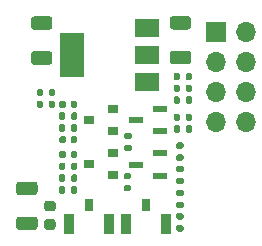
<source format=gbr>
%TF.GenerationSoftware,KiCad,Pcbnew,5.1.9*%
%TF.CreationDate,2021-01-18T01:27:37+01:00*%
%TF.ProjectId,wi-se-rpi,77692d73-652d-4727-9069-2e6b69636164,v0.1*%
%TF.SameCoordinates,Original*%
%TF.FileFunction,Soldermask,Bot*%
%TF.FilePolarity,Negative*%
%FSLAX46Y46*%
G04 Gerber Fmt 4.6, Leading zero omitted, Abs format (unit mm)*
G04 Created by KiCad (PCBNEW 5.1.9) date 2021-01-18 01:27:37*
%MOMM*%
%LPD*%
G01*
G04 APERTURE LIST*
%ADD10R,0.900000X1.700000*%
%ADD11R,0.800000X1.100000*%
%ADD12R,1.700000X1.700000*%
%ADD13O,1.700000X1.700000*%
%ADD14R,1.207999X0.568000*%
%ADD15R,0.900000X0.800000*%
%ADD16R,2.000000X3.800000*%
%ADD17R,2.000000X1.500000*%
G04 APERTURE END LIST*
D10*
%TO.C,SW1*%
X78300000Y-14570000D03*
X81700000Y-14570000D03*
D11*
X80000000Y-12930000D03*
%TD*%
D10*
%TO.C,SW2*%
X83100000Y-14540000D03*
X86500000Y-14540000D03*
D11*
X84800000Y-12900000D03*
%TD*%
D12*
%TO.C,J1*%
X90750000Y1750000D03*
D13*
X93290000Y1750000D03*
X90750000Y-790000D03*
X93290000Y-790000D03*
X90750000Y-3330000D03*
X93290000Y-3330000D03*
X90750000Y-5870000D03*
X93290000Y-5870000D03*
%TD*%
%TO.C,C1*%
G36*
G01*
X88400001Y-1025000D02*
X87099999Y-1025000D01*
G75*
G02*
X86850000Y-775001I0J249999D01*
G01*
X86850000Y-124999D01*
G75*
G02*
X87099999Y125000I249999J0D01*
G01*
X88400001Y125000D01*
G75*
G02*
X88650000Y-124999I0J-249999D01*
G01*
X88650000Y-775001D01*
G75*
G02*
X88400001Y-1025000I-249999J0D01*
G01*
G37*
G36*
G01*
X88400001Y1925000D02*
X87099999Y1925000D01*
G75*
G02*
X86850000Y2174999I0J249999D01*
G01*
X86850000Y2825001D01*
G75*
G02*
X87099999Y3075000I249999J0D01*
G01*
X88400001Y3075000D01*
G75*
G02*
X88650000Y2825001I0J-249999D01*
G01*
X88650000Y2174999D01*
G75*
G02*
X88400001Y1925000I-249999J0D01*
G01*
G37*
%TD*%
%TO.C,C2*%
G36*
G01*
X76650001Y1900000D02*
X75349999Y1900000D01*
G75*
G02*
X75100000Y2149999I0J249999D01*
G01*
X75100000Y2800001D01*
G75*
G02*
X75349999Y3050000I249999J0D01*
G01*
X76650001Y3050000D01*
G75*
G02*
X76900000Y2800001I0J-249999D01*
G01*
X76900000Y2149999D01*
G75*
G02*
X76650001Y1900000I-249999J0D01*
G01*
G37*
G36*
G01*
X76650001Y-1050000D02*
X75349999Y-1050000D01*
G75*
G02*
X75100000Y-800001I0J249999D01*
G01*
X75100000Y-149999D01*
G75*
G02*
X75349999Y100000I249999J0D01*
G01*
X76650001Y100000D01*
G75*
G02*
X76900000Y-149999I0J-249999D01*
G01*
X76900000Y-800001D01*
G75*
G02*
X76650001Y-1050000I-249999J0D01*
G01*
G37*
%TD*%
%TO.C,C5*%
G36*
G01*
X75400001Y-15050000D02*
X74099999Y-15050000D01*
G75*
G02*
X73850000Y-14800001I0J249999D01*
G01*
X73850000Y-14149999D01*
G75*
G02*
X74099999Y-13900000I249999J0D01*
G01*
X75400001Y-13900000D01*
G75*
G02*
X75650000Y-14149999I0J-249999D01*
G01*
X75650000Y-14800001D01*
G75*
G02*
X75400001Y-15050000I-249999J0D01*
G01*
G37*
G36*
G01*
X75400001Y-12100000D02*
X74099999Y-12100000D01*
G75*
G02*
X73850000Y-11850001I0J249999D01*
G01*
X73850000Y-11199999D01*
G75*
G02*
X74099999Y-10950000I249999J0D01*
G01*
X75400001Y-10950000D01*
G75*
G02*
X75650000Y-11199999I0J-249999D01*
G01*
X75650000Y-11850001D01*
G75*
G02*
X75400001Y-12100000I-249999J0D01*
G01*
G37*
%TD*%
%TO.C,C6*%
G36*
G01*
X76950000Y-15025000D02*
X76450000Y-15025000D01*
G75*
G02*
X76225000Y-14800000I0J225000D01*
G01*
X76225000Y-14350000D01*
G75*
G02*
X76450000Y-14125000I225000J0D01*
G01*
X76950000Y-14125000D01*
G75*
G02*
X77175000Y-14350000I0J-225000D01*
G01*
X77175000Y-14800000D01*
G75*
G02*
X76950000Y-15025000I-225000J0D01*
G01*
G37*
G36*
G01*
X76950000Y-13475000D02*
X76450000Y-13475000D01*
G75*
G02*
X76225000Y-13250000I0J225000D01*
G01*
X76225000Y-12800000D01*
G75*
G02*
X76450000Y-12575000I225000J0D01*
G01*
X76950000Y-12575000D01*
G75*
G02*
X77175000Y-12800000I0J-225000D01*
G01*
X77175000Y-13250000D01*
G75*
G02*
X76950000Y-13475000I-225000J0D01*
G01*
G37*
%TD*%
%TO.C,C7*%
G36*
G01*
X79010000Y-7230000D02*
X79010000Y-7570000D01*
G75*
G02*
X78870000Y-7710000I-140000J0D01*
G01*
X78590000Y-7710000D01*
G75*
G02*
X78450000Y-7570000I0J140000D01*
G01*
X78450000Y-7230000D01*
G75*
G02*
X78590000Y-7090000I140000J0D01*
G01*
X78870000Y-7090000D01*
G75*
G02*
X79010000Y-7230000I0J-140000D01*
G01*
G37*
G36*
G01*
X78050000Y-7230000D02*
X78050000Y-7570000D01*
G75*
G02*
X77910000Y-7710000I-140000J0D01*
G01*
X77630000Y-7710000D01*
G75*
G02*
X77490000Y-7570000I0J140000D01*
G01*
X77490000Y-7230000D01*
G75*
G02*
X77630000Y-7090000I140000J0D01*
G01*
X77910000Y-7090000D01*
G75*
G02*
X78050000Y-7230000I0J-140000D01*
G01*
G37*
%TD*%
%TO.C,C8*%
G36*
G01*
X78050000Y-8480000D02*
X78050000Y-8820000D01*
G75*
G02*
X77910000Y-8960000I-140000J0D01*
G01*
X77630000Y-8960000D01*
G75*
G02*
X77490000Y-8820000I0J140000D01*
G01*
X77490000Y-8480000D01*
G75*
G02*
X77630000Y-8340000I140000J0D01*
G01*
X77910000Y-8340000D01*
G75*
G02*
X78050000Y-8480000I0J-140000D01*
G01*
G37*
G36*
G01*
X79010000Y-8480000D02*
X79010000Y-8820000D01*
G75*
G02*
X78870000Y-8960000I-140000J0D01*
G01*
X78590000Y-8960000D01*
G75*
G02*
X78450000Y-8820000I0J140000D01*
G01*
X78450000Y-8480000D01*
G75*
G02*
X78590000Y-8340000I140000J0D01*
G01*
X78870000Y-8340000D01*
G75*
G02*
X79010000Y-8480000I0J-140000D01*
G01*
G37*
%TD*%
%TO.C,C9*%
G36*
G01*
X77490000Y-4570000D02*
X77490000Y-4230000D01*
G75*
G02*
X77630000Y-4090000I140000J0D01*
G01*
X77910000Y-4090000D01*
G75*
G02*
X78050000Y-4230000I0J-140000D01*
G01*
X78050000Y-4570000D01*
G75*
G02*
X77910000Y-4710000I-140000J0D01*
G01*
X77630000Y-4710000D01*
G75*
G02*
X77490000Y-4570000I0J140000D01*
G01*
G37*
G36*
G01*
X78450000Y-4570000D02*
X78450000Y-4230000D01*
G75*
G02*
X78590000Y-4090000I140000J0D01*
G01*
X78870000Y-4090000D01*
G75*
G02*
X79010000Y-4230000I0J-140000D01*
G01*
X79010000Y-4570000D01*
G75*
G02*
X78870000Y-4710000I-140000J0D01*
G01*
X78590000Y-4710000D01*
G75*
G02*
X78450000Y-4570000I0J140000D01*
G01*
G37*
%TD*%
D14*
%TO.C,Q1*%
X86020999Y-8549999D03*
X86020999Y-10450001D03*
X83979000Y-9500000D03*
%TD*%
%TO.C,Q2*%
X83979000Y-5750000D03*
X86020999Y-6700001D03*
X86020999Y-4799999D03*
%TD*%
D15*
%TO.C,Q3*%
X82000000Y-8500000D03*
X82000000Y-10400000D03*
X80000000Y-9450000D03*
%TD*%
%TO.C,Q4*%
X80000000Y-5750000D03*
X82000000Y-6700000D03*
X82000000Y-4800000D03*
%TD*%
%TO.C,R1*%
G36*
G01*
X88730000Y-1865000D02*
X88730000Y-2235000D01*
G75*
G02*
X88595000Y-2370000I-135000J0D01*
G01*
X88325000Y-2370000D01*
G75*
G02*
X88190000Y-2235000I0J135000D01*
G01*
X88190000Y-1865000D01*
G75*
G02*
X88325000Y-1730000I135000J0D01*
G01*
X88595000Y-1730000D01*
G75*
G02*
X88730000Y-1865000I0J-135000D01*
G01*
G37*
G36*
G01*
X87710000Y-1865000D02*
X87710000Y-2235000D01*
G75*
G02*
X87575000Y-2370000I-135000J0D01*
G01*
X87305000Y-2370000D01*
G75*
G02*
X87170000Y-2235000I0J135000D01*
G01*
X87170000Y-1865000D01*
G75*
G02*
X87305000Y-1730000I135000J0D01*
G01*
X87575000Y-1730000D01*
G75*
G02*
X87710000Y-1865000I0J-135000D01*
G01*
G37*
%TD*%
%TO.C,R2*%
G36*
G01*
X87170000Y-3235000D02*
X87170000Y-2865000D01*
G75*
G02*
X87305000Y-2730000I135000J0D01*
G01*
X87575000Y-2730000D01*
G75*
G02*
X87710000Y-2865000I0J-135000D01*
G01*
X87710000Y-3235000D01*
G75*
G02*
X87575000Y-3370000I-135000J0D01*
G01*
X87305000Y-3370000D01*
G75*
G02*
X87170000Y-3235000I0J135000D01*
G01*
G37*
G36*
G01*
X88190000Y-3235000D02*
X88190000Y-2865000D01*
G75*
G02*
X88325000Y-2730000I135000J0D01*
G01*
X88595000Y-2730000D01*
G75*
G02*
X88730000Y-2865000I0J-135000D01*
G01*
X88730000Y-3235000D01*
G75*
G02*
X88595000Y-3370000I-135000J0D01*
G01*
X88325000Y-3370000D01*
G75*
G02*
X88190000Y-3235000I0J135000D01*
G01*
G37*
%TD*%
%TO.C,R3*%
G36*
G01*
X87515000Y-13620000D02*
X87885000Y-13620000D01*
G75*
G02*
X88020000Y-13755000I0J-135000D01*
G01*
X88020000Y-14025000D01*
G75*
G02*
X87885000Y-14160000I-135000J0D01*
G01*
X87515000Y-14160000D01*
G75*
G02*
X87380000Y-14025000I0J135000D01*
G01*
X87380000Y-13755000D01*
G75*
G02*
X87515000Y-13620000I135000J0D01*
G01*
G37*
G36*
G01*
X87515000Y-14640000D02*
X87885000Y-14640000D01*
G75*
G02*
X88020000Y-14775000I0J-135000D01*
G01*
X88020000Y-15045000D01*
G75*
G02*
X87885000Y-15180000I-135000J0D01*
G01*
X87515000Y-15180000D01*
G75*
G02*
X87380000Y-15045000I0J135000D01*
G01*
X87380000Y-14775000D01*
G75*
G02*
X87515000Y-14640000I135000J0D01*
G01*
G37*
%TD*%
%TO.C,R4*%
G36*
G01*
X87885000Y-12160000D02*
X87515000Y-12160000D01*
G75*
G02*
X87380000Y-12025000I0J135000D01*
G01*
X87380000Y-11755000D01*
G75*
G02*
X87515000Y-11620000I135000J0D01*
G01*
X87885000Y-11620000D01*
G75*
G02*
X88020000Y-11755000I0J-135000D01*
G01*
X88020000Y-12025000D01*
G75*
G02*
X87885000Y-12160000I-135000J0D01*
G01*
G37*
G36*
G01*
X87885000Y-13180000D02*
X87515000Y-13180000D01*
G75*
G02*
X87380000Y-13045000I0J135000D01*
G01*
X87380000Y-12775000D01*
G75*
G02*
X87515000Y-12640000I135000J0D01*
G01*
X87885000Y-12640000D01*
G75*
G02*
X88020000Y-12775000I0J-135000D01*
G01*
X88020000Y-13045000D01*
G75*
G02*
X87885000Y-13180000I-135000J0D01*
G01*
G37*
%TD*%
%TO.C,R5*%
G36*
G01*
X76600000Y-3585000D02*
X76600000Y-3215000D01*
G75*
G02*
X76735000Y-3080000I135000J0D01*
G01*
X77005000Y-3080000D01*
G75*
G02*
X77140000Y-3215000I0J-135000D01*
G01*
X77140000Y-3585000D01*
G75*
G02*
X77005000Y-3720000I-135000J0D01*
G01*
X76735000Y-3720000D01*
G75*
G02*
X76600000Y-3585000I0J135000D01*
G01*
G37*
G36*
G01*
X75580000Y-3585000D02*
X75580000Y-3215000D01*
G75*
G02*
X75715000Y-3080000I135000J0D01*
G01*
X75985000Y-3080000D01*
G75*
G02*
X76120000Y-3215000I0J-135000D01*
G01*
X76120000Y-3585000D01*
G75*
G02*
X75985000Y-3720000I-135000J0D01*
G01*
X75715000Y-3720000D01*
G75*
G02*
X75580000Y-3585000I0J135000D01*
G01*
G37*
%TD*%
%TO.C,R6*%
G36*
G01*
X77470000Y-10835000D02*
X77470000Y-10465000D01*
G75*
G02*
X77605000Y-10330000I135000J0D01*
G01*
X77875000Y-10330000D01*
G75*
G02*
X78010000Y-10465000I0J-135000D01*
G01*
X78010000Y-10835000D01*
G75*
G02*
X77875000Y-10970000I-135000J0D01*
G01*
X77605000Y-10970000D01*
G75*
G02*
X77470000Y-10835000I0J135000D01*
G01*
G37*
G36*
G01*
X78490000Y-10835000D02*
X78490000Y-10465000D01*
G75*
G02*
X78625000Y-10330000I135000J0D01*
G01*
X78895000Y-10330000D01*
G75*
G02*
X79030000Y-10465000I0J-135000D01*
G01*
X79030000Y-10835000D01*
G75*
G02*
X78895000Y-10970000I-135000J0D01*
G01*
X78625000Y-10970000D01*
G75*
G02*
X78490000Y-10835000I0J135000D01*
G01*
G37*
%TD*%
%TO.C,R7*%
G36*
G01*
X76590000Y-4585000D02*
X76590000Y-4215000D01*
G75*
G02*
X76725000Y-4080000I135000J0D01*
G01*
X76995000Y-4080000D01*
G75*
G02*
X77130000Y-4215000I0J-135000D01*
G01*
X77130000Y-4585000D01*
G75*
G02*
X76995000Y-4720000I-135000J0D01*
G01*
X76725000Y-4720000D01*
G75*
G02*
X76590000Y-4585000I0J135000D01*
G01*
G37*
G36*
G01*
X75570000Y-4585000D02*
X75570000Y-4215000D01*
G75*
G02*
X75705000Y-4080000I135000J0D01*
G01*
X75975000Y-4080000D01*
G75*
G02*
X76110000Y-4215000I0J-135000D01*
G01*
X76110000Y-4585000D01*
G75*
G02*
X75975000Y-4720000I-135000J0D01*
G01*
X75705000Y-4720000D01*
G75*
G02*
X75570000Y-4585000I0J135000D01*
G01*
G37*
%TD*%
%TO.C,R8*%
G36*
G01*
X87170000Y-5685000D02*
X87170000Y-5315000D01*
G75*
G02*
X87305000Y-5180000I135000J0D01*
G01*
X87575000Y-5180000D01*
G75*
G02*
X87710000Y-5315000I0J-135000D01*
G01*
X87710000Y-5685000D01*
G75*
G02*
X87575000Y-5820000I-135000J0D01*
G01*
X87305000Y-5820000D01*
G75*
G02*
X87170000Y-5685000I0J135000D01*
G01*
G37*
G36*
G01*
X88190000Y-5685000D02*
X88190000Y-5315000D01*
G75*
G02*
X88325000Y-5180000I135000J0D01*
G01*
X88595000Y-5180000D01*
G75*
G02*
X88730000Y-5315000I0J-135000D01*
G01*
X88730000Y-5685000D01*
G75*
G02*
X88595000Y-5820000I-135000J0D01*
G01*
X88325000Y-5820000D01*
G75*
G02*
X88190000Y-5685000I0J135000D01*
G01*
G37*
%TD*%
%TO.C,R9*%
G36*
G01*
X88730000Y-6315000D02*
X88730000Y-6685000D01*
G75*
G02*
X88595000Y-6820000I-135000J0D01*
G01*
X88325000Y-6820000D01*
G75*
G02*
X88190000Y-6685000I0J135000D01*
G01*
X88190000Y-6315000D01*
G75*
G02*
X88325000Y-6180000I135000J0D01*
G01*
X88595000Y-6180000D01*
G75*
G02*
X88730000Y-6315000I0J-135000D01*
G01*
G37*
G36*
G01*
X87710000Y-6315000D02*
X87710000Y-6685000D01*
G75*
G02*
X87575000Y-6820000I-135000J0D01*
G01*
X87305000Y-6820000D01*
G75*
G02*
X87170000Y-6685000I0J135000D01*
G01*
X87170000Y-6315000D01*
G75*
G02*
X87305000Y-6180000I135000J0D01*
G01*
X87575000Y-6180000D01*
G75*
G02*
X87710000Y-6315000I0J-135000D01*
G01*
G37*
%TD*%
%TO.C,R10*%
G36*
G01*
X78490000Y-11835000D02*
X78490000Y-11465000D01*
G75*
G02*
X78625000Y-11330000I135000J0D01*
G01*
X78895000Y-11330000D01*
G75*
G02*
X79030000Y-11465000I0J-135000D01*
G01*
X79030000Y-11835000D01*
G75*
G02*
X78895000Y-11970000I-135000J0D01*
G01*
X78625000Y-11970000D01*
G75*
G02*
X78490000Y-11835000I0J135000D01*
G01*
G37*
G36*
G01*
X77470000Y-11835000D02*
X77470000Y-11465000D01*
G75*
G02*
X77605000Y-11330000I135000J0D01*
G01*
X77875000Y-11330000D01*
G75*
G02*
X78010000Y-11465000I0J-135000D01*
G01*
X78010000Y-11835000D01*
G75*
G02*
X77875000Y-11970000I-135000J0D01*
G01*
X77605000Y-11970000D01*
G75*
G02*
X77470000Y-11835000I0J135000D01*
G01*
G37*
%TD*%
%TO.C,R11*%
G36*
G01*
X87885000Y-10160000D02*
X87515000Y-10160000D01*
G75*
G02*
X87380000Y-10025000I0J135000D01*
G01*
X87380000Y-9755000D01*
G75*
G02*
X87515000Y-9620000I135000J0D01*
G01*
X87885000Y-9620000D01*
G75*
G02*
X88020000Y-9755000I0J-135000D01*
G01*
X88020000Y-10025000D01*
G75*
G02*
X87885000Y-10160000I-135000J0D01*
G01*
G37*
G36*
G01*
X87885000Y-11180000D02*
X87515000Y-11180000D01*
G75*
G02*
X87380000Y-11045000I0J135000D01*
G01*
X87380000Y-10775000D01*
G75*
G02*
X87515000Y-10640000I135000J0D01*
G01*
X87885000Y-10640000D01*
G75*
G02*
X88020000Y-10775000I0J-135000D01*
G01*
X88020000Y-11045000D01*
G75*
G02*
X87885000Y-11180000I-135000J0D01*
G01*
G37*
%TD*%
%TO.C,R12*%
G36*
G01*
X87885000Y-9180000D02*
X87515000Y-9180000D01*
G75*
G02*
X87380000Y-9045000I0J135000D01*
G01*
X87380000Y-8775000D01*
G75*
G02*
X87515000Y-8640000I135000J0D01*
G01*
X87885000Y-8640000D01*
G75*
G02*
X88020000Y-8775000I0J-135000D01*
G01*
X88020000Y-9045000D01*
G75*
G02*
X87885000Y-9180000I-135000J0D01*
G01*
G37*
G36*
G01*
X87885000Y-8160000D02*
X87515000Y-8160000D01*
G75*
G02*
X87380000Y-8025000I0J135000D01*
G01*
X87380000Y-7755000D01*
G75*
G02*
X87515000Y-7620000I135000J0D01*
G01*
X87885000Y-7620000D01*
G75*
G02*
X88020000Y-7755000I0J-135000D01*
G01*
X88020000Y-8025000D01*
G75*
G02*
X87885000Y-8160000I-135000J0D01*
G01*
G37*
%TD*%
%TO.C,R13*%
G36*
G01*
X79030000Y-5215000D02*
X79030000Y-5585000D01*
G75*
G02*
X78895000Y-5720000I-135000J0D01*
G01*
X78625000Y-5720000D01*
G75*
G02*
X78490000Y-5585000I0J135000D01*
G01*
X78490000Y-5215000D01*
G75*
G02*
X78625000Y-5080000I135000J0D01*
G01*
X78895000Y-5080000D01*
G75*
G02*
X79030000Y-5215000I0J-135000D01*
G01*
G37*
G36*
G01*
X78010000Y-5215000D02*
X78010000Y-5585000D01*
G75*
G02*
X77875000Y-5720000I-135000J0D01*
G01*
X77605000Y-5720000D01*
G75*
G02*
X77470000Y-5585000I0J135000D01*
G01*
X77470000Y-5215000D01*
G75*
G02*
X77605000Y-5080000I135000J0D01*
G01*
X77875000Y-5080000D01*
G75*
G02*
X78010000Y-5215000I0J-135000D01*
G01*
G37*
%TD*%
%TO.C,R14*%
G36*
G01*
X83065000Y-11240000D02*
X83435000Y-11240000D01*
G75*
G02*
X83570000Y-11375000I0J-135000D01*
G01*
X83570000Y-11645000D01*
G75*
G02*
X83435000Y-11780000I-135000J0D01*
G01*
X83065000Y-11780000D01*
G75*
G02*
X82930000Y-11645000I0J135000D01*
G01*
X82930000Y-11375000D01*
G75*
G02*
X83065000Y-11240000I135000J0D01*
G01*
G37*
G36*
G01*
X83065000Y-10220000D02*
X83435000Y-10220000D01*
G75*
G02*
X83570000Y-10355000I0J-135000D01*
G01*
X83570000Y-10625000D01*
G75*
G02*
X83435000Y-10760000I-135000J0D01*
G01*
X83065000Y-10760000D01*
G75*
G02*
X82930000Y-10625000I0J135000D01*
G01*
X82930000Y-10355000D01*
G75*
G02*
X83065000Y-10220000I135000J0D01*
G01*
G37*
%TD*%
%TO.C,R15*%
G36*
G01*
X83115000Y-7840000D02*
X83485000Y-7840000D01*
G75*
G02*
X83620000Y-7975000I0J-135000D01*
G01*
X83620000Y-8245000D01*
G75*
G02*
X83485000Y-8380000I-135000J0D01*
G01*
X83115000Y-8380000D01*
G75*
G02*
X82980000Y-8245000I0J135000D01*
G01*
X82980000Y-7975000D01*
G75*
G02*
X83115000Y-7840000I135000J0D01*
G01*
G37*
G36*
G01*
X83115000Y-6820000D02*
X83485000Y-6820000D01*
G75*
G02*
X83620000Y-6955000I0J-135000D01*
G01*
X83620000Y-7225000D01*
G75*
G02*
X83485000Y-7360000I-135000J0D01*
G01*
X83115000Y-7360000D01*
G75*
G02*
X82980000Y-7225000I0J135000D01*
G01*
X82980000Y-6955000D01*
G75*
G02*
X83115000Y-6820000I135000J0D01*
G01*
G37*
%TD*%
%TO.C,R16*%
G36*
G01*
X78010000Y-9465000D02*
X78010000Y-9835000D01*
G75*
G02*
X77875000Y-9970000I-135000J0D01*
G01*
X77605000Y-9970000D01*
G75*
G02*
X77470000Y-9835000I0J135000D01*
G01*
X77470000Y-9465000D01*
G75*
G02*
X77605000Y-9330000I135000J0D01*
G01*
X77875000Y-9330000D01*
G75*
G02*
X78010000Y-9465000I0J-135000D01*
G01*
G37*
G36*
G01*
X79030000Y-9465000D02*
X79030000Y-9835000D01*
G75*
G02*
X78895000Y-9970000I-135000J0D01*
G01*
X78625000Y-9970000D01*
G75*
G02*
X78490000Y-9835000I0J135000D01*
G01*
X78490000Y-9465000D01*
G75*
G02*
X78625000Y-9330000I135000J0D01*
G01*
X78895000Y-9330000D01*
G75*
G02*
X79030000Y-9465000I0J-135000D01*
G01*
G37*
%TD*%
%TO.C,R17*%
G36*
G01*
X79030000Y-6215000D02*
X79030000Y-6585000D01*
G75*
G02*
X78895000Y-6720000I-135000J0D01*
G01*
X78625000Y-6720000D01*
G75*
G02*
X78490000Y-6585000I0J135000D01*
G01*
X78490000Y-6215000D01*
G75*
G02*
X78625000Y-6080000I135000J0D01*
G01*
X78895000Y-6080000D01*
G75*
G02*
X79030000Y-6215000I0J-135000D01*
G01*
G37*
G36*
G01*
X78010000Y-6215000D02*
X78010000Y-6585000D01*
G75*
G02*
X77875000Y-6720000I-135000J0D01*
G01*
X77605000Y-6720000D01*
G75*
G02*
X77470000Y-6585000I0J135000D01*
G01*
X77470000Y-6215000D01*
G75*
G02*
X77605000Y-6080000I135000J0D01*
G01*
X77875000Y-6080000D01*
G75*
G02*
X78010000Y-6215000I0J-135000D01*
G01*
G37*
%TD*%
%TO.C,R18*%
G36*
G01*
X87710000Y-3865000D02*
X87710000Y-4235000D01*
G75*
G02*
X87575000Y-4370000I-135000J0D01*
G01*
X87305000Y-4370000D01*
G75*
G02*
X87170000Y-4235000I0J135000D01*
G01*
X87170000Y-3865000D01*
G75*
G02*
X87305000Y-3730000I135000J0D01*
G01*
X87575000Y-3730000D01*
G75*
G02*
X87710000Y-3865000I0J-135000D01*
G01*
G37*
G36*
G01*
X88730000Y-3865000D02*
X88730000Y-4235000D01*
G75*
G02*
X88595000Y-4370000I-135000J0D01*
G01*
X88325000Y-4370000D01*
G75*
G02*
X88190000Y-4235000I0J135000D01*
G01*
X88190000Y-3865000D01*
G75*
G02*
X88325000Y-3730000I135000J0D01*
G01*
X88595000Y-3730000D01*
G75*
G02*
X88730000Y-3865000I0J-135000D01*
G01*
G37*
%TD*%
D16*
%TO.C,U1*%
X78600000Y-250000D03*
D17*
X84900000Y-250000D03*
X84900000Y-2550000D03*
X84900000Y2050000D03*
%TD*%
M02*

</source>
